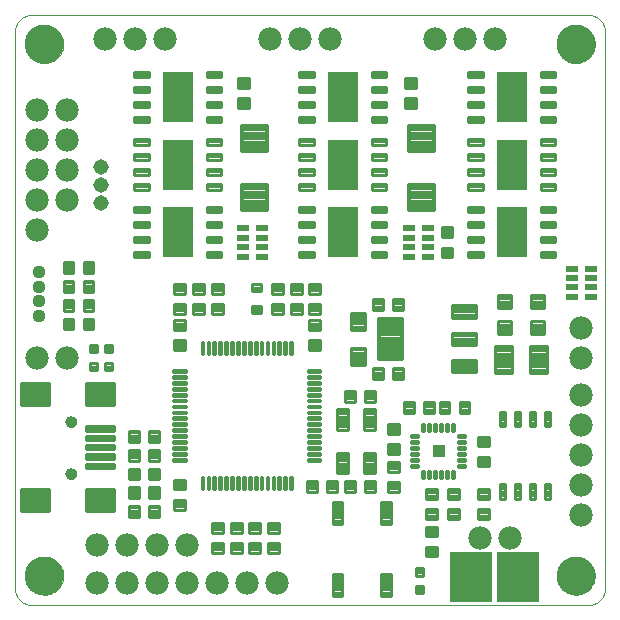
<source format=gts>
G75*
%MOIN*%
%OFA0B0*%
%FSLAX24Y24*%
%IPPOS*%
%LPD*%
%AMOC8*
5,1,8,0,0,1.08239X$1,22.5*
%
%ADD10C,0.0000*%
%ADD11C,0.1300*%
%ADD12R,0.1437X0.1700*%
%ADD13R,0.1000X0.1688*%
%ADD14C,0.0780*%
%ADD15C,0.0107*%
%ADD16C,0.0108*%
%ADD17C,0.0114*%
%ADD18C,0.0148*%
%ADD19C,0.0114*%
%ADD20C,0.0109*%
%ADD21C,0.0121*%
%ADD22C,0.0124*%
%ADD23C,0.0394*%
%ADD24C,0.0136*%
%ADD25C,0.0108*%
%ADD26C,0.0106*%
%ADD27R,0.0394X0.0236*%
%ADD28C,0.0109*%
%ADD29C,0.0134*%
%ADD30R,0.0394X0.0394*%
%ADD31C,0.0437*%
%ADD32C,0.0516*%
%ADD33C,0.1142*%
D10*
X000588Y000721D02*
X000588Y019224D01*
X000587Y019224D02*
X000589Y019270D01*
X000594Y019316D01*
X000603Y019362D01*
X000616Y019407D01*
X000632Y019450D01*
X000651Y019492D01*
X000674Y019533D01*
X000700Y019571D01*
X000729Y019608D01*
X000760Y019642D01*
X000794Y019673D01*
X000831Y019702D01*
X000869Y019728D01*
X000910Y019751D01*
X000952Y019770D01*
X000995Y019786D01*
X001040Y019799D01*
X001086Y019808D01*
X001132Y019813D01*
X001178Y019815D01*
X019682Y019815D01*
X019728Y019813D01*
X019774Y019808D01*
X019820Y019799D01*
X019865Y019786D01*
X019908Y019770D01*
X019950Y019751D01*
X019991Y019728D01*
X020029Y019702D01*
X020066Y019673D01*
X020100Y019642D01*
X020131Y019608D01*
X020160Y019571D01*
X020186Y019533D01*
X020209Y019492D01*
X020228Y019450D01*
X020244Y019407D01*
X020257Y019362D01*
X020266Y019316D01*
X020271Y019270D01*
X020273Y019224D01*
X020273Y000721D01*
X020271Y000675D01*
X020266Y000629D01*
X020257Y000583D01*
X020244Y000538D01*
X020228Y000495D01*
X020209Y000453D01*
X020186Y000412D01*
X020160Y000374D01*
X020131Y000337D01*
X020100Y000303D01*
X020066Y000272D01*
X020029Y000243D01*
X019991Y000217D01*
X019950Y000194D01*
X019908Y000175D01*
X019865Y000159D01*
X019820Y000146D01*
X019774Y000137D01*
X019728Y000132D01*
X019682Y000130D01*
X001178Y000130D01*
X001132Y000132D01*
X001086Y000137D01*
X001040Y000146D01*
X000995Y000159D01*
X000952Y000175D01*
X000910Y000194D01*
X000869Y000217D01*
X000831Y000243D01*
X000794Y000272D01*
X000760Y000303D01*
X000729Y000337D01*
X000700Y000374D01*
X000674Y000412D01*
X000651Y000453D01*
X000632Y000495D01*
X000616Y000538D01*
X000603Y000583D01*
X000594Y000629D01*
X000589Y000675D01*
X000587Y000721D01*
X000942Y001114D02*
X000944Y001164D01*
X000950Y001214D01*
X000960Y001263D01*
X000974Y001311D01*
X000991Y001358D01*
X001012Y001403D01*
X001037Y001447D01*
X001065Y001488D01*
X001097Y001527D01*
X001131Y001564D01*
X001168Y001598D01*
X001208Y001628D01*
X001250Y001655D01*
X001294Y001679D01*
X001340Y001700D01*
X001387Y001716D01*
X001435Y001729D01*
X001485Y001738D01*
X001534Y001743D01*
X001585Y001744D01*
X001635Y001741D01*
X001684Y001734D01*
X001733Y001723D01*
X001781Y001708D01*
X001827Y001690D01*
X001872Y001668D01*
X001915Y001642D01*
X001956Y001613D01*
X001995Y001581D01*
X002031Y001546D01*
X002063Y001508D01*
X002093Y001468D01*
X002120Y001425D01*
X002143Y001381D01*
X002162Y001335D01*
X002178Y001287D01*
X002190Y001238D01*
X002198Y001189D01*
X002202Y001139D01*
X002202Y001089D01*
X002198Y001039D01*
X002190Y000990D01*
X002178Y000941D01*
X002162Y000893D01*
X002143Y000847D01*
X002120Y000803D01*
X002093Y000760D01*
X002063Y000720D01*
X002031Y000682D01*
X001995Y000647D01*
X001956Y000615D01*
X001915Y000586D01*
X001872Y000560D01*
X001827Y000538D01*
X001781Y000520D01*
X001733Y000505D01*
X001684Y000494D01*
X001635Y000487D01*
X001585Y000484D01*
X001534Y000485D01*
X001485Y000490D01*
X001435Y000499D01*
X001387Y000512D01*
X001340Y000528D01*
X001294Y000549D01*
X001250Y000573D01*
X001208Y000600D01*
X001168Y000630D01*
X001131Y000664D01*
X001097Y000701D01*
X001065Y000740D01*
X001037Y000781D01*
X001012Y000825D01*
X000991Y000870D01*
X000974Y000917D01*
X000960Y000965D01*
X000950Y001014D01*
X000944Y001064D01*
X000942Y001114D01*
X002286Y004514D02*
X002288Y004540D01*
X002294Y004566D01*
X002304Y004591D01*
X002317Y004614D01*
X002333Y004634D01*
X002353Y004652D01*
X002375Y004667D01*
X002398Y004679D01*
X002424Y004687D01*
X002450Y004691D01*
X002476Y004691D01*
X002502Y004687D01*
X002528Y004679D01*
X002552Y004667D01*
X002573Y004652D01*
X002593Y004634D01*
X002609Y004614D01*
X002622Y004591D01*
X002632Y004566D01*
X002638Y004540D01*
X002640Y004514D01*
X002638Y004488D01*
X002632Y004462D01*
X002622Y004437D01*
X002609Y004414D01*
X002593Y004394D01*
X002573Y004376D01*
X002551Y004361D01*
X002528Y004349D01*
X002502Y004341D01*
X002476Y004337D01*
X002450Y004337D01*
X002424Y004341D01*
X002398Y004349D01*
X002374Y004361D01*
X002353Y004376D01*
X002333Y004394D01*
X002317Y004414D01*
X002304Y004437D01*
X002294Y004462D01*
X002288Y004488D01*
X002286Y004514D01*
X002286Y006246D02*
X002288Y006272D01*
X002294Y006298D01*
X002304Y006323D01*
X002317Y006346D01*
X002333Y006366D01*
X002353Y006384D01*
X002375Y006399D01*
X002398Y006411D01*
X002424Y006419D01*
X002450Y006423D01*
X002476Y006423D01*
X002502Y006419D01*
X002528Y006411D01*
X002552Y006399D01*
X002573Y006384D01*
X002593Y006366D01*
X002609Y006346D01*
X002622Y006323D01*
X002632Y006298D01*
X002638Y006272D01*
X002640Y006246D01*
X002638Y006220D01*
X002632Y006194D01*
X002622Y006169D01*
X002609Y006146D01*
X002593Y006126D01*
X002573Y006108D01*
X002551Y006093D01*
X002528Y006081D01*
X002502Y006073D01*
X002476Y006069D01*
X002450Y006069D01*
X002424Y006073D01*
X002398Y006081D01*
X002374Y006093D01*
X002353Y006108D01*
X002333Y006126D01*
X002317Y006146D01*
X002304Y006169D01*
X002294Y006194D01*
X002288Y006220D01*
X002286Y006246D01*
X000942Y018831D02*
X000944Y018881D01*
X000950Y018931D01*
X000960Y018980D01*
X000974Y019028D01*
X000991Y019075D01*
X001012Y019120D01*
X001037Y019164D01*
X001065Y019205D01*
X001097Y019244D01*
X001131Y019281D01*
X001168Y019315D01*
X001208Y019345D01*
X001250Y019372D01*
X001294Y019396D01*
X001340Y019417D01*
X001387Y019433D01*
X001435Y019446D01*
X001485Y019455D01*
X001534Y019460D01*
X001585Y019461D01*
X001635Y019458D01*
X001684Y019451D01*
X001733Y019440D01*
X001781Y019425D01*
X001827Y019407D01*
X001872Y019385D01*
X001915Y019359D01*
X001956Y019330D01*
X001995Y019298D01*
X002031Y019263D01*
X002063Y019225D01*
X002093Y019185D01*
X002120Y019142D01*
X002143Y019098D01*
X002162Y019052D01*
X002178Y019004D01*
X002190Y018955D01*
X002198Y018906D01*
X002202Y018856D01*
X002202Y018806D01*
X002198Y018756D01*
X002190Y018707D01*
X002178Y018658D01*
X002162Y018610D01*
X002143Y018564D01*
X002120Y018520D01*
X002093Y018477D01*
X002063Y018437D01*
X002031Y018399D01*
X001995Y018364D01*
X001956Y018332D01*
X001915Y018303D01*
X001872Y018277D01*
X001827Y018255D01*
X001781Y018237D01*
X001733Y018222D01*
X001684Y018211D01*
X001635Y018204D01*
X001585Y018201D01*
X001534Y018202D01*
X001485Y018207D01*
X001435Y018216D01*
X001387Y018229D01*
X001340Y018245D01*
X001294Y018266D01*
X001250Y018290D01*
X001208Y018317D01*
X001168Y018347D01*
X001131Y018381D01*
X001097Y018418D01*
X001065Y018457D01*
X001037Y018498D01*
X001012Y018542D01*
X000991Y018587D01*
X000974Y018634D01*
X000960Y018682D01*
X000950Y018731D01*
X000944Y018781D01*
X000942Y018831D01*
X018659Y018831D02*
X018661Y018881D01*
X018667Y018931D01*
X018677Y018980D01*
X018691Y019028D01*
X018708Y019075D01*
X018729Y019120D01*
X018754Y019164D01*
X018782Y019205D01*
X018814Y019244D01*
X018848Y019281D01*
X018885Y019315D01*
X018925Y019345D01*
X018967Y019372D01*
X019011Y019396D01*
X019057Y019417D01*
X019104Y019433D01*
X019152Y019446D01*
X019202Y019455D01*
X019251Y019460D01*
X019302Y019461D01*
X019352Y019458D01*
X019401Y019451D01*
X019450Y019440D01*
X019498Y019425D01*
X019544Y019407D01*
X019589Y019385D01*
X019632Y019359D01*
X019673Y019330D01*
X019712Y019298D01*
X019748Y019263D01*
X019780Y019225D01*
X019810Y019185D01*
X019837Y019142D01*
X019860Y019098D01*
X019879Y019052D01*
X019895Y019004D01*
X019907Y018955D01*
X019915Y018906D01*
X019919Y018856D01*
X019919Y018806D01*
X019915Y018756D01*
X019907Y018707D01*
X019895Y018658D01*
X019879Y018610D01*
X019860Y018564D01*
X019837Y018520D01*
X019810Y018477D01*
X019780Y018437D01*
X019748Y018399D01*
X019712Y018364D01*
X019673Y018332D01*
X019632Y018303D01*
X019589Y018277D01*
X019544Y018255D01*
X019498Y018237D01*
X019450Y018222D01*
X019401Y018211D01*
X019352Y018204D01*
X019302Y018201D01*
X019251Y018202D01*
X019202Y018207D01*
X019152Y018216D01*
X019104Y018229D01*
X019057Y018245D01*
X019011Y018266D01*
X018967Y018290D01*
X018925Y018317D01*
X018885Y018347D01*
X018848Y018381D01*
X018814Y018418D01*
X018782Y018457D01*
X018754Y018498D01*
X018729Y018542D01*
X018708Y018587D01*
X018691Y018634D01*
X018677Y018682D01*
X018667Y018731D01*
X018661Y018781D01*
X018659Y018831D01*
X018659Y001114D02*
X018661Y001164D01*
X018667Y001214D01*
X018677Y001263D01*
X018691Y001311D01*
X018708Y001358D01*
X018729Y001403D01*
X018754Y001447D01*
X018782Y001488D01*
X018814Y001527D01*
X018848Y001564D01*
X018885Y001598D01*
X018925Y001628D01*
X018967Y001655D01*
X019011Y001679D01*
X019057Y001700D01*
X019104Y001716D01*
X019152Y001729D01*
X019202Y001738D01*
X019251Y001743D01*
X019302Y001744D01*
X019352Y001741D01*
X019401Y001734D01*
X019450Y001723D01*
X019498Y001708D01*
X019544Y001690D01*
X019589Y001668D01*
X019632Y001642D01*
X019673Y001613D01*
X019712Y001581D01*
X019748Y001546D01*
X019780Y001508D01*
X019810Y001468D01*
X019837Y001425D01*
X019860Y001381D01*
X019879Y001335D01*
X019895Y001287D01*
X019907Y001238D01*
X019915Y001189D01*
X019919Y001139D01*
X019919Y001089D01*
X019915Y001039D01*
X019907Y000990D01*
X019895Y000941D01*
X019879Y000893D01*
X019860Y000847D01*
X019837Y000803D01*
X019810Y000760D01*
X019780Y000720D01*
X019748Y000682D01*
X019712Y000647D01*
X019673Y000615D01*
X019632Y000586D01*
X019589Y000560D01*
X019544Y000538D01*
X019498Y000520D01*
X019450Y000505D01*
X019401Y000494D01*
X019352Y000487D01*
X019302Y000484D01*
X019251Y000485D01*
X019202Y000490D01*
X019152Y000499D01*
X019104Y000512D01*
X019057Y000528D01*
X019011Y000549D01*
X018967Y000573D01*
X018925Y000600D01*
X018885Y000630D01*
X018848Y000664D01*
X018814Y000701D01*
X018782Y000740D01*
X018754Y000781D01*
X018729Y000825D01*
X018708Y000870D01*
X018691Y000917D01*
X018677Y000965D01*
X018667Y001014D01*
X018661Y001064D01*
X018659Y001114D01*
D11*
X019289Y001114D03*
X001572Y001114D03*
X001572Y018831D03*
X019289Y018831D03*
D12*
X017369Y001080D03*
X015807Y001080D03*
D13*
X017150Y012568D03*
X017150Y014818D03*
X017150Y017068D03*
X011525Y017068D03*
X011525Y014818D03*
X011525Y012568D03*
X006025Y012568D03*
X006025Y014818D03*
X006025Y017068D03*
D14*
X005588Y019005D03*
X004588Y019005D03*
X003588Y019005D03*
X002338Y016630D03*
X002338Y015630D03*
X002338Y014630D03*
X002338Y013630D03*
X001338Y013630D03*
X001338Y012630D03*
X001338Y014630D03*
X001338Y015630D03*
X001338Y016630D03*
X009088Y019005D03*
X010088Y019005D03*
X011088Y019005D03*
X014588Y019005D03*
X015588Y019005D03*
X016588Y019005D03*
X019463Y009380D03*
X019463Y008380D03*
X019463Y007130D03*
X019463Y006130D03*
X019463Y005130D03*
X019463Y004130D03*
X019463Y003130D03*
X017088Y002380D03*
X016088Y002380D03*
X009338Y000880D03*
X008338Y000880D03*
X007338Y000880D03*
X006338Y000880D03*
X005338Y000880D03*
X004338Y000880D03*
X003338Y000880D03*
X003338Y002130D03*
X004338Y002130D03*
X005338Y002130D03*
X006338Y002130D03*
X002338Y008380D03*
X001338Y008380D03*
D15*
X016590Y007879D02*
X017154Y007879D01*
X016590Y007879D02*
X016590Y008757D01*
X017154Y008757D01*
X017154Y007879D01*
X017154Y007985D02*
X016590Y007985D01*
X016590Y008091D02*
X017154Y008091D01*
X017154Y008197D02*
X016590Y008197D01*
X016590Y008303D02*
X017154Y008303D01*
X017154Y008409D02*
X016590Y008409D01*
X016590Y008515D02*
X017154Y008515D01*
X017154Y008621D02*
X016590Y008621D01*
X016590Y008727D02*
X017154Y008727D01*
X017771Y008757D02*
X018335Y008757D01*
X018335Y007879D01*
X017771Y007879D01*
X017771Y008757D01*
X017771Y007985D02*
X018335Y007985D01*
X018335Y008091D02*
X017771Y008091D01*
X017771Y008197D02*
X018335Y008197D01*
X018335Y008303D02*
X017771Y008303D01*
X017771Y008409D02*
X018335Y008409D01*
X018335Y008515D02*
X017771Y008515D01*
X017771Y008621D02*
X018335Y008621D01*
X018335Y008727D02*
X017771Y008727D01*
D16*
X015742Y006542D02*
X015416Y006542D01*
X015416Y006906D01*
X015742Y006906D01*
X015742Y006542D01*
X015742Y006649D02*
X015416Y006649D01*
X015416Y006756D02*
X015742Y006756D01*
X015742Y006863D02*
X015416Y006863D01*
X015072Y006542D02*
X014746Y006542D01*
X014746Y006906D01*
X015072Y006906D01*
X015072Y006542D01*
X015072Y006649D02*
X014746Y006649D01*
X014746Y006756D02*
X015072Y006756D01*
X015072Y006863D02*
X014746Y006863D01*
X014228Y006906D02*
X014228Y006542D01*
X014228Y006906D02*
X014554Y006906D01*
X014554Y006542D01*
X014228Y006542D01*
X014228Y006649D02*
X014554Y006649D01*
X014554Y006756D02*
X014228Y006756D01*
X014228Y006863D02*
X014554Y006863D01*
X013559Y006906D02*
X013559Y006542D01*
X013559Y006906D02*
X013885Y006906D01*
X013885Y006542D01*
X013559Y006542D01*
X013559Y006649D02*
X013885Y006649D01*
X013885Y006756D02*
X013559Y006756D01*
X013559Y006863D02*
X013885Y006863D01*
X013395Y005833D02*
X013031Y005833D01*
X013031Y006159D01*
X013395Y006159D01*
X013395Y005833D01*
X013395Y005940D02*
X013031Y005940D01*
X013031Y006047D02*
X013395Y006047D01*
X013395Y006154D02*
X013031Y006154D01*
X013031Y005164D02*
X013395Y005164D01*
X013031Y005164D02*
X013031Y005490D01*
X013395Y005490D01*
X013395Y005164D01*
X013395Y005271D02*
X013031Y005271D01*
X013031Y005378D02*
X013395Y005378D01*
X013395Y005485D02*
X013031Y005485D01*
X013031Y004909D02*
X013395Y004909D01*
X013395Y004583D01*
X013031Y004583D01*
X013031Y004909D01*
X013031Y004690D02*
X013395Y004690D01*
X013395Y004797D02*
X013031Y004797D01*
X013031Y004904D02*
X013395Y004904D01*
X013395Y004240D02*
X013031Y004240D01*
X013395Y004240D02*
X013395Y003914D01*
X013031Y003914D01*
X013031Y004240D01*
X013031Y004021D02*
X013395Y004021D01*
X013395Y004128D02*
X013031Y004128D01*
X013031Y004235D02*
X013395Y004235D01*
X012585Y004281D02*
X012585Y003917D01*
X012259Y003917D01*
X012259Y004281D01*
X012585Y004281D01*
X012585Y004024D02*
X012259Y004024D01*
X012259Y004131D02*
X012585Y004131D01*
X012585Y004238D02*
X012259Y004238D01*
X011916Y004281D02*
X011916Y003917D01*
X011590Y003917D01*
X011590Y004281D01*
X011916Y004281D01*
X011916Y004024D02*
X011590Y004024D01*
X011590Y004131D02*
X011916Y004131D01*
X011916Y004238D02*
X011590Y004238D01*
X011335Y004281D02*
X011335Y003917D01*
X011009Y003917D01*
X011009Y004281D01*
X011335Y004281D01*
X011335Y004024D02*
X011009Y004024D01*
X011009Y004131D02*
X011335Y004131D01*
X011335Y004238D02*
X011009Y004238D01*
X010666Y004281D02*
X010666Y003917D01*
X010340Y003917D01*
X010340Y004281D01*
X010666Y004281D01*
X010666Y004024D02*
X010340Y004024D01*
X010340Y004131D02*
X010666Y004131D01*
X010666Y004238D02*
X010340Y004238D01*
X009395Y002878D02*
X009031Y002878D01*
X009395Y002878D02*
X009395Y002552D01*
X009031Y002552D01*
X009031Y002878D01*
X009031Y002659D02*
X009395Y002659D01*
X009395Y002766D02*
X009031Y002766D01*
X009031Y002873D02*
X009395Y002873D01*
X008406Y002878D02*
X008406Y002552D01*
X008406Y002878D02*
X008770Y002878D01*
X008770Y002552D01*
X008406Y002552D01*
X008406Y002659D02*
X008770Y002659D01*
X008770Y002766D02*
X008406Y002766D01*
X008406Y002873D02*
X008770Y002873D01*
X007781Y002878D02*
X007781Y002552D01*
X007781Y002878D02*
X008145Y002878D01*
X008145Y002552D01*
X007781Y002552D01*
X007781Y002659D02*
X008145Y002659D01*
X008145Y002766D02*
X007781Y002766D01*
X007781Y002873D02*
X008145Y002873D01*
X007156Y002878D02*
X007156Y002552D01*
X007156Y002878D02*
X007520Y002878D01*
X007520Y002552D01*
X007156Y002552D01*
X007156Y002659D02*
X007520Y002659D01*
X007520Y002766D02*
X007156Y002766D01*
X007156Y002873D02*
X007520Y002873D01*
X007156Y002208D02*
X007156Y001882D01*
X007156Y002208D02*
X007520Y002208D01*
X007520Y001882D01*
X007156Y001882D01*
X007156Y001989D02*
X007520Y001989D01*
X007520Y002096D02*
X007156Y002096D01*
X007156Y002203D02*
X007520Y002203D01*
X007781Y002208D02*
X007781Y001882D01*
X007781Y002208D02*
X008145Y002208D01*
X008145Y001882D01*
X007781Y001882D01*
X007781Y001989D02*
X008145Y001989D01*
X008145Y002096D02*
X007781Y002096D01*
X007781Y002203D02*
X008145Y002203D01*
X008406Y002208D02*
X008406Y001882D01*
X008406Y002208D02*
X008770Y002208D01*
X008770Y001882D01*
X008406Y001882D01*
X008406Y001989D02*
X008770Y001989D01*
X008770Y002096D02*
X008406Y002096D01*
X008406Y002203D02*
X008770Y002203D01*
X009031Y002208D02*
X009395Y002208D01*
X009395Y001882D01*
X009031Y001882D01*
X009031Y002208D01*
X009031Y001989D02*
X009395Y001989D01*
X009395Y002096D02*
X009031Y002096D01*
X009031Y002203D02*
X009395Y002203D01*
X006270Y003320D02*
X005906Y003320D01*
X005906Y003646D01*
X006270Y003646D01*
X006270Y003320D01*
X006270Y003427D02*
X005906Y003427D01*
X005906Y003534D02*
X006270Y003534D01*
X006270Y003641D02*
X005906Y003641D01*
X005906Y003989D02*
X006270Y003989D01*
X005906Y003989D02*
X005906Y004315D01*
X006270Y004315D01*
X006270Y003989D01*
X006270Y004096D02*
X005906Y004096D01*
X005906Y004203D02*
X006270Y004203D01*
X006270Y004310D02*
X005906Y004310D01*
X005398Y004323D02*
X005072Y004323D01*
X005072Y004687D01*
X005398Y004687D01*
X005398Y004323D01*
X005398Y004430D02*
X005072Y004430D01*
X005072Y004537D02*
X005398Y004537D01*
X005398Y004644D02*
X005072Y004644D01*
X005072Y004948D02*
X005398Y004948D01*
X005072Y004948D02*
X005072Y005312D01*
X005398Y005312D01*
X005398Y004948D01*
X005398Y005055D02*
X005072Y005055D01*
X005072Y005162D02*
X005398Y005162D01*
X005398Y005269D02*
X005072Y005269D01*
X005072Y005573D02*
X005398Y005573D01*
X005072Y005573D02*
X005072Y005937D01*
X005398Y005937D01*
X005398Y005573D01*
X005398Y005680D02*
X005072Y005680D01*
X005072Y005787D02*
X005398Y005787D01*
X005398Y005894D02*
X005072Y005894D01*
X004729Y005573D02*
X004403Y005573D01*
X004403Y005937D01*
X004729Y005937D01*
X004729Y005573D01*
X004729Y005680D02*
X004403Y005680D01*
X004403Y005787D02*
X004729Y005787D01*
X004729Y005894D02*
X004403Y005894D01*
X004403Y004948D02*
X004729Y004948D01*
X004403Y004948D02*
X004403Y005312D01*
X004729Y005312D01*
X004729Y004948D01*
X004729Y005055D02*
X004403Y005055D01*
X004403Y005162D02*
X004729Y005162D01*
X004729Y005269D02*
X004403Y005269D01*
X004403Y004323D02*
X004729Y004323D01*
X004403Y004323D02*
X004403Y004687D01*
X004729Y004687D01*
X004729Y004323D01*
X004729Y004430D02*
X004403Y004430D01*
X004403Y004537D02*
X004729Y004537D01*
X004729Y004644D02*
X004403Y004644D01*
X004403Y004062D02*
X004729Y004062D01*
X004729Y003698D01*
X004403Y003698D01*
X004403Y004062D01*
X004403Y003805D02*
X004729Y003805D01*
X004729Y003912D02*
X004403Y003912D01*
X004403Y004019D02*
X004729Y004019D01*
X005072Y004062D02*
X005398Y004062D01*
X005398Y003698D01*
X005072Y003698D01*
X005072Y004062D01*
X005072Y003805D02*
X005398Y003805D01*
X005398Y003912D02*
X005072Y003912D01*
X005072Y004019D02*
X005398Y004019D01*
X005398Y003073D02*
X005072Y003073D01*
X005072Y003437D01*
X005398Y003437D01*
X005398Y003073D01*
X005398Y003180D02*
X005072Y003180D01*
X005072Y003287D02*
X005398Y003287D01*
X005398Y003394D02*
X005072Y003394D01*
X004729Y003073D02*
X004403Y003073D01*
X004403Y003437D01*
X004729Y003437D01*
X004729Y003073D01*
X004729Y003180D02*
X004403Y003180D01*
X004403Y003287D02*
X004729Y003287D01*
X004729Y003394D02*
X004403Y003394D01*
X005906Y008958D02*
X006270Y008958D01*
X006270Y008632D01*
X005906Y008632D01*
X005906Y008958D01*
X005906Y008739D02*
X006270Y008739D01*
X006270Y008846D02*
X005906Y008846D01*
X005906Y008953D02*
X006270Y008953D01*
X006270Y009628D02*
X005906Y009628D01*
X006270Y009628D02*
X006270Y009302D01*
X005906Y009302D01*
X005906Y009628D01*
X005906Y009409D02*
X006270Y009409D01*
X006270Y009516D02*
X005906Y009516D01*
X005906Y009623D02*
X006270Y009623D01*
X006270Y009851D02*
X005906Y009851D01*
X005906Y010177D01*
X006270Y010177D01*
X006270Y009851D01*
X006270Y009958D02*
X005906Y009958D01*
X005906Y010065D02*
X006270Y010065D01*
X006270Y010172D02*
X005906Y010172D01*
X005906Y010520D02*
X006270Y010520D01*
X005906Y010520D02*
X005906Y010846D01*
X006270Y010846D01*
X006270Y010520D01*
X006270Y010627D02*
X005906Y010627D01*
X005906Y010734D02*
X006270Y010734D01*
X006270Y010841D02*
X005906Y010841D01*
X006531Y010846D02*
X006531Y010520D01*
X006531Y010846D02*
X006895Y010846D01*
X006895Y010520D01*
X006531Y010520D01*
X006531Y010627D02*
X006895Y010627D01*
X006895Y010734D02*
X006531Y010734D01*
X006531Y010841D02*
X006895Y010841D01*
X007156Y010846D02*
X007156Y010520D01*
X007156Y010846D02*
X007520Y010846D01*
X007520Y010520D01*
X007156Y010520D01*
X007156Y010627D02*
X007520Y010627D01*
X007520Y010734D02*
X007156Y010734D01*
X007156Y010841D02*
X007520Y010841D01*
X007156Y010177D02*
X007156Y009851D01*
X007156Y010177D02*
X007520Y010177D01*
X007520Y009851D01*
X007156Y009851D01*
X007156Y009958D02*
X007520Y009958D01*
X007520Y010065D02*
X007156Y010065D01*
X007156Y010172D02*
X007520Y010172D01*
X006531Y010177D02*
X006531Y009851D01*
X006531Y010177D02*
X006895Y010177D01*
X006895Y009851D01*
X006531Y009851D01*
X006531Y009958D02*
X006895Y009958D01*
X006895Y010065D02*
X006531Y010065D01*
X006531Y010172D02*
X006895Y010172D01*
X009156Y010177D02*
X009156Y009851D01*
X009156Y010177D02*
X009520Y010177D01*
X009520Y009851D01*
X009156Y009851D01*
X009156Y009958D02*
X009520Y009958D01*
X009520Y010065D02*
X009156Y010065D01*
X009156Y010172D02*
X009520Y010172D01*
X009781Y010177D02*
X009781Y009851D01*
X009781Y010177D02*
X010145Y010177D01*
X010145Y009851D01*
X009781Y009851D01*
X009781Y009958D02*
X010145Y009958D01*
X010145Y010065D02*
X009781Y010065D01*
X009781Y010172D02*
X010145Y010172D01*
X010406Y009851D02*
X010770Y009851D01*
X010406Y009851D02*
X010406Y010177D01*
X010770Y010177D01*
X010770Y009851D01*
X010770Y009958D02*
X010406Y009958D01*
X010406Y010065D02*
X010770Y010065D01*
X010770Y010172D02*
X010406Y010172D01*
X010406Y010520D02*
X010770Y010520D01*
X010406Y010520D02*
X010406Y010846D01*
X010770Y010846D01*
X010770Y010520D01*
X010770Y010627D02*
X010406Y010627D01*
X010406Y010734D02*
X010770Y010734D01*
X010770Y010841D02*
X010406Y010841D01*
X009781Y010846D02*
X009781Y010520D01*
X009781Y010846D02*
X010145Y010846D01*
X010145Y010520D01*
X009781Y010520D01*
X009781Y010627D02*
X010145Y010627D01*
X010145Y010734D02*
X009781Y010734D01*
X009781Y010841D02*
X010145Y010841D01*
X009156Y010846D02*
X009156Y010520D01*
X009156Y010846D02*
X009520Y010846D01*
X009520Y010520D01*
X009156Y010520D01*
X009156Y010627D02*
X009520Y010627D01*
X009520Y010734D02*
X009156Y010734D01*
X009156Y010841D02*
X009520Y010841D01*
X010406Y009628D02*
X010770Y009628D01*
X010770Y009302D01*
X010406Y009302D01*
X010406Y009628D01*
X010406Y009409D02*
X010770Y009409D01*
X010770Y009516D02*
X010406Y009516D01*
X010406Y009623D02*
X010770Y009623D01*
X010770Y008958D02*
X010406Y008958D01*
X010770Y008958D02*
X010770Y008632D01*
X010406Y008632D01*
X010406Y008958D01*
X010406Y008739D02*
X010770Y008739D01*
X010770Y008846D02*
X010406Y008846D01*
X010406Y008953D02*
X010770Y008953D01*
X011590Y007281D02*
X011590Y006917D01*
X011590Y007281D02*
X011916Y007281D01*
X011916Y006917D01*
X011590Y006917D01*
X011590Y007024D02*
X011916Y007024D01*
X011916Y007131D02*
X011590Y007131D01*
X011590Y007238D02*
X011916Y007238D01*
X012259Y007281D02*
X012259Y006917D01*
X012259Y007281D02*
X012585Y007281D01*
X012585Y006917D01*
X012259Y006917D01*
X012259Y007024D02*
X012585Y007024D01*
X012585Y007131D02*
X012259Y007131D01*
X012259Y007238D02*
X012585Y007238D01*
X012854Y007667D02*
X012854Y008031D01*
X012854Y007667D02*
X012528Y007667D01*
X012528Y008031D01*
X012854Y008031D01*
X012854Y007774D02*
X012528Y007774D01*
X012528Y007881D02*
X012854Y007881D01*
X012854Y007988D02*
X012528Y007988D01*
X013523Y008031D02*
X013523Y007667D01*
X013197Y007667D01*
X013197Y008031D01*
X013523Y008031D01*
X013523Y007774D02*
X013197Y007774D01*
X013197Y007881D02*
X013523Y007881D01*
X013523Y007988D02*
X013197Y007988D01*
X013197Y009979D02*
X013197Y010343D01*
X013523Y010343D01*
X013523Y009979D01*
X013197Y009979D01*
X013197Y010086D02*
X013523Y010086D01*
X013523Y010193D02*
X013197Y010193D01*
X013197Y010300D02*
X013523Y010300D01*
X012528Y010343D02*
X012528Y009979D01*
X012528Y010343D02*
X012854Y010343D01*
X012854Y009979D01*
X012528Y009979D01*
X012528Y010086D02*
X012854Y010086D01*
X012854Y010193D02*
X012528Y010193D01*
X012528Y010300D02*
X012854Y010300D01*
X014812Y012052D02*
X015176Y012052D01*
X015176Y011726D01*
X014812Y011726D01*
X014812Y012052D01*
X014812Y011833D02*
X015176Y011833D01*
X015176Y011940D02*
X014812Y011940D01*
X014812Y012047D02*
X015176Y012047D01*
X015176Y012721D02*
X014812Y012721D01*
X015176Y012721D02*
X015176Y012395D01*
X014812Y012395D01*
X014812Y012721D01*
X014812Y012502D02*
X015176Y012502D01*
X015176Y012609D02*
X014812Y012609D01*
X014812Y012716D02*
X015176Y012716D01*
X013957Y017021D02*
X013593Y017021D01*
X013957Y017021D02*
X013957Y016695D01*
X013593Y016695D01*
X013593Y017021D01*
X013593Y016802D02*
X013957Y016802D01*
X013957Y016909D02*
X013593Y016909D01*
X013593Y017016D02*
X013957Y017016D01*
X013957Y017690D02*
X013593Y017690D01*
X013957Y017690D02*
X013957Y017364D01*
X013593Y017364D01*
X013593Y017690D01*
X013593Y017471D02*
X013957Y017471D01*
X013957Y017578D02*
X013593Y017578D01*
X013593Y017685D02*
X013957Y017685D01*
X008395Y017690D02*
X008031Y017690D01*
X008395Y017690D02*
X008395Y017364D01*
X008031Y017364D01*
X008031Y017690D01*
X008031Y017471D02*
X008395Y017471D01*
X008395Y017578D02*
X008031Y017578D01*
X008031Y017685D02*
X008395Y017685D01*
X008395Y017021D02*
X008031Y017021D01*
X008395Y017021D02*
X008395Y016695D01*
X008031Y016695D01*
X008031Y017021D01*
X008031Y016802D02*
X008395Y016802D01*
X008395Y016909D02*
X008031Y016909D01*
X008031Y017016D02*
X008395Y017016D01*
X003210Y011198D02*
X002884Y011198D01*
X002884Y011562D01*
X003210Y011562D01*
X003210Y011198D01*
X003210Y011305D02*
X002884Y011305D01*
X002884Y011412D02*
X003210Y011412D01*
X003210Y011519D02*
X002884Y011519D01*
X002541Y011198D02*
X002215Y011198D01*
X002215Y011562D01*
X002541Y011562D01*
X002541Y011198D01*
X002541Y011305D02*
X002215Y011305D01*
X002215Y011412D02*
X002541Y011412D01*
X002541Y011519D02*
X002215Y011519D01*
X002215Y010573D02*
X002541Y010573D01*
X002215Y010573D02*
X002215Y010937D01*
X002541Y010937D01*
X002541Y010573D01*
X002541Y010680D02*
X002215Y010680D01*
X002215Y010787D02*
X002541Y010787D01*
X002541Y010894D02*
X002215Y010894D01*
X002215Y010312D02*
X002541Y010312D01*
X002541Y009948D01*
X002215Y009948D01*
X002215Y010312D01*
X002215Y010055D02*
X002541Y010055D01*
X002541Y010162D02*
X002215Y010162D01*
X002215Y010269D02*
X002541Y010269D01*
X002884Y010312D02*
X003210Y010312D01*
X003210Y009948D01*
X002884Y009948D01*
X002884Y010312D01*
X002884Y010055D02*
X003210Y010055D01*
X003210Y010162D02*
X002884Y010162D01*
X002884Y010269D02*
X003210Y010269D01*
X003210Y010573D02*
X002884Y010573D01*
X002884Y010937D01*
X003210Y010937D01*
X003210Y010573D01*
X003210Y010680D02*
X002884Y010680D01*
X002884Y010787D02*
X003210Y010787D01*
X003210Y010894D02*
X002884Y010894D01*
X002884Y009687D02*
X003210Y009687D01*
X003210Y009323D01*
X002884Y009323D01*
X002884Y009687D01*
X002884Y009430D02*
X003210Y009430D01*
X003210Y009537D02*
X002884Y009537D01*
X002884Y009644D02*
X003210Y009644D01*
X002541Y009687D02*
X002215Y009687D01*
X002541Y009687D02*
X002541Y009323D01*
X002215Y009323D01*
X002215Y009687D01*
X002215Y009430D02*
X002541Y009430D01*
X002541Y009537D02*
X002215Y009537D01*
X002215Y009644D02*
X002541Y009644D01*
X014281Y004003D02*
X014281Y003677D01*
X014281Y004003D02*
X014645Y004003D01*
X014645Y003677D01*
X014281Y003677D01*
X014281Y003784D02*
X014645Y003784D01*
X014645Y003891D02*
X014281Y003891D01*
X014281Y003998D02*
X014645Y003998D01*
X015031Y004003D02*
X015031Y003677D01*
X015031Y004003D02*
X015395Y004003D01*
X015395Y003677D01*
X015031Y003677D01*
X015031Y003784D02*
X015395Y003784D01*
X015395Y003891D02*
X015031Y003891D01*
X015031Y003998D02*
X015395Y003998D01*
X016031Y004003D02*
X016031Y003677D01*
X016031Y004003D02*
X016395Y004003D01*
X016395Y003677D01*
X016031Y003677D01*
X016031Y003784D02*
X016395Y003784D01*
X016395Y003891D02*
X016031Y003891D01*
X016031Y003998D02*
X016395Y003998D01*
X016395Y004757D02*
X016031Y004757D01*
X016031Y005083D01*
X016395Y005083D01*
X016395Y004757D01*
X016395Y004864D02*
X016031Y004864D01*
X016031Y004971D02*
X016395Y004971D01*
X016395Y005078D02*
X016031Y005078D01*
X016031Y005427D02*
X016395Y005427D01*
X016031Y005427D02*
X016031Y005753D01*
X016395Y005753D01*
X016395Y005427D01*
X016395Y005534D02*
X016031Y005534D01*
X016031Y005641D02*
X016395Y005641D01*
X016395Y005748D02*
X016031Y005748D01*
X016031Y003333D02*
X016031Y003007D01*
X016031Y003333D02*
X016395Y003333D01*
X016395Y003007D01*
X016031Y003007D01*
X016031Y003114D02*
X016395Y003114D01*
X016395Y003221D02*
X016031Y003221D01*
X016031Y003328D02*
X016395Y003328D01*
X015031Y003333D02*
X015031Y003007D01*
X015031Y003333D02*
X015395Y003333D01*
X015395Y003007D01*
X015031Y003007D01*
X015031Y003114D02*
X015395Y003114D01*
X015395Y003221D02*
X015031Y003221D01*
X015031Y003328D02*
X015395Y003328D01*
X014281Y003333D02*
X014281Y003007D01*
X014281Y003333D02*
X014645Y003333D01*
X014645Y003007D01*
X014281Y003007D01*
X014281Y003114D02*
X014645Y003114D01*
X014645Y003221D02*
X014281Y003221D01*
X014281Y003328D02*
X014645Y003328D01*
X014281Y002753D02*
X014281Y002427D01*
X014281Y002753D02*
X014645Y002753D01*
X014645Y002427D01*
X014281Y002427D01*
X014281Y002534D02*
X014645Y002534D01*
X014645Y002641D02*
X014281Y002641D01*
X014281Y002748D02*
X014645Y002748D01*
X014281Y002083D02*
X014281Y001757D01*
X014281Y002083D02*
X014645Y002083D01*
X014645Y001757D01*
X014281Y001757D01*
X014281Y001864D02*
X014645Y001864D01*
X014645Y001971D02*
X014281Y001971D01*
X014281Y002078D02*
X014645Y002078D01*
D17*
X016745Y004158D02*
X016931Y004158D01*
X016931Y003682D01*
X016745Y003682D01*
X016745Y004158D01*
X016745Y003795D02*
X016931Y003795D01*
X016931Y003908D02*
X016745Y003908D01*
X016745Y004021D02*
X016931Y004021D01*
X016931Y004134D02*
X016745Y004134D01*
X017245Y004158D02*
X017431Y004158D01*
X017431Y003682D01*
X017245Y003682D01*
X017245Y004158D01*
X017245Y003795D02*
X017431Y003795D01*
X017431Y003908D02*
X017245Y003908D01*
X017245Y004021D02*
X017431Y004021D01*
X017431Y004134D02*
X017245Y004134D01*
X017745Y004158D02*
X017931Y004158D01*
X017931Y003682D01*
X017745Y003682D01*
X017745Y004158D01*
X017745Y003795D02*
X017931Y003795D01*
X017931Y003908D02*
X017745Y003908D01*
X017745Y004021D02*
X017931Y004021D01*
X017931Y004134D02*
X017745Y004134D01*
X018245Y004158D02*
X018431Y004158D01*
X018431Y003682D01*
X018245Y003682D01*
X018245Y004158D01*
X018245Y003795D02*
X018431Y003795D01*
X018431Y003908D02*
X018245Y003908D01*
X018245Y004021D02*
X018431Y004021D01*
X018431Y004134D02*
X018245Y004134D01*
X018245Y006578D02*
X018431Y006578D01*
X018431Y006102D01*
X018245Y006102D01*
X018245Y006578D01*
X018245Y006215D02*
X018431Y006215D01*
X018431Y006328D02*
X018245Y006328D01*
X018245Y006441D02*
X018431Y006441D01*
X018431Y006554D02*
X018245Y006554D01*
X017931Y006578D02*
X017745Y006578D01*
X017931Y006578D02*
X017931Y006102D01*
X017745Y006102D01*
X017745Y006578D01*
X017745Y006215D02*
X017931Y006215D01*
X017931Y006328D02*
X017745Y006328D01*
X017745Y006441D02*
X017931Y006441D01*
X017931Y006554D02*
X017745Y006554D01*
X017431Y006578D02*
X017245Y006578D01*
X017431Y006578D02*
X017431Y006102D01*
X017245Y006102D01*
X017245Y006578D01*
X017245Y006215D02*
X017431Y006215D01*
X017431Y006328D02*
X017245Y006328D01*
X017245Y006441D02*
X017431Y006441D01*
X017431Y006554D02*
X017245Y006554D01*
X016931Y006578D02*
X016745Y006578D01*
X016931Y006578D02*
X016931Y006102D01*
X016745Y006102D01*
X016745Y006578D01*
X016745Y006215D02*
X016931Y006215D01*
X016931Y006328D02*
X016745Y006328D01*
X016745Y006441D02*
X016931Y006441D01*
X016931Y006554D02*
X016745Y006554D01*
X016178Y011725D02*
X016178Y011911D01*
X016178Y011725D02*
X015702Y011725D01*
X015702Y011911D01*
X016178Y011911D01*
X016178Y011838D02*
X015702Y011838D01*
X016178Y012225D02*
X016178Y012411D01*
X016178Y012225D02*
X015702Y012225D01*
X015702Y012411D01*
X016178Y012411D01*
X016178Y012338D02*
X015702Y012338D01*
X016178Y012725D02*
X016178Y012911D01*
X016178Y012725D02*
X015702Y012725D01*
X015702Y012911D01*
X016178Y012911D01*
X016178Y012838D02*
X015702Y012838D01*
X016178Y013225D02*
X016178Y013411D01*
X016178Y013225D02*
X015702Y013225D01*
X015702Y013411D01*
X016178Y013411D01*
X016178Y013338D02*
X015702Y013338D01*
X016178Y013975D02*
X016178Y014161D01*
X016178Y013975D02*
X015702Y013975D01*
X015702Y014161D01*
X016178Y014161D01*
X016178Y014088D02*
X015702Y014088D01*
X016178Y014475D02*
X016178Y014661D01*
X016178Y014475D02*
X015702Y014475D01*
X015702Y014661D01*
X016178Y014661D01*
X016178Y014588D02*
X015702Y014588D01*
X016178Y014975D02*
X016178Y015161D01*
X016178Y014975D02*
X015702Y014975D01*
X015702Y015161D01*
X016178Y015161D01*
X016178Y015088D02*
X015702Y015088D01*
X016178Y015475D02*
X016178Y015661D01*
X016178Y015475D02*
X015702Y015475D01*
X015702Y015661D01*
X016178Y015661D01*
X016178Y015588D02*
X015702Y015588D01*
X016178Y016225D02*
X016178Y016411D01*
X016178Y016225D02*
X015702Y016225D01*
X015702Y016411D01*
X016178Y016411D01*
X016178Y016338D02*
X015702Y016338D01*
X016178Y016725D02*
X016178Y016911D01*
X016178Y016725D02*
X015702Y016725D01*
X015702Y016911D01*
X016178Y016911D01*
X016178Y016838D02*
X015702Y016838D01*
X016178Y017225D02*
X016178Y017411D01*
X016178Y017225D02*
X015702Y017225D01*
X015702Y017411D01*
X016178Y017411D01*
X016178Y017338D02*
X015702Y017338D01*
X016178Y017725D02*
X016178Y017911D01*
X016178Y017725D02*
X015702Y017725D01*
X015702Y017911D01*
X016178Y017911D01*
X016178Y017838D02*
X015702Y017838D01*
X018598Y017911D02*
X018598Y017725D01*
X018122Y017725D01*
X018122Y017911D01*
X018598Y017911D01*
X018598Y017838D02*
X018122Y017838D01*
X018598Y017411D02*
X018598Y017225D01*
X018122Y017225D01*
X018122Y017411D01*
X018598Y017411D01*
X018598Y017338D02*
X018122Y017338D01*
X018598Y016911D02*
X018598Y016725D01*
X018122Y016725D01*
X018122Y016911D01*
X018598Y016911D01*
X018598Y016838D02*
X018122Y016838D01*
X018598Y016411D02*
X018598Y016225D01*
X018122Y016225D01*
X018122Y016411D01*
X018598Y016411D01*
X018598Y016338D02*
X018122Y016338D01*
X018598Y015661D02*
X018598Y015475D01*
X018122Y015475D01*
X018122Y015661D01*
X018598Y015661D01*
X018598Y015588D02*
X018122Y015588D01*
X018598Y015161D02*
X018598Y014975D01*
X018122Y014975D01*
X018122Y015161D01*
X018598Y015161D01*
X018598Y015088D02*
X018122Y015088D01*
X018598Y014661D02*
X018598Y014475D01*
X018122Y014475D01*
X018122Y014661D01*
X018598Y014661D01*
X018598Y014588D02*
X018122Y014588D01*
X018598Y014161D02*
X018598Y013975D01*
X018122Y013975D01*
X018122Y014161D01*
X018598Y014161D01*
X018598Y014088D02*
X018122Y014088D01*
X018598Y013411D02*
X018598Y013225D01*
X018122Y013225D01*
X018122Y013411D01*
X018598Y013411D01*
X018598Y013338D02*
X018122Y013338D01*
X018598Y012911D02*
X018598Y012725D01*
X018122Y012725D01*
X018122Y012911D01*
X018598Y012911D01*
X018598Y012838D02*
X018122Y012838D01*
X018598Y012411D02*
X018598Y012225D01*
X018122Y012225D01*
X018122Y012411D01*
X018598Y012411D01*
X018598Y012338D02*
X018122Y012338D01*
X018598Y011911D02*
X018598Y011725D01*
X018122Y011725D01*
X018122Y011911D01*
X018598Y011911D01*
X018598Y011838D02*
X018122Y011838D01*
X012973Y011911D02*
X012973Y011725D01*
X012497Y011725D01*
X012497Y011911D01*
X012973Y011911D01*
X012973Y011838D02*
X012497Y011838D01*
X012973Y012225D02*
X012973Y012411D01*
X012973Y012225D02*
X012497Y012225D01*
X012497Y012411D01*
X012973Y012411D01*
X012973Y012338D02*
X012497Y012338D01*
X012973Y012725D02*
X012973Y012911D01*
X012973Y012725D02*
X012497Y012725D01*
X012497Y012911D01*
X012973Y012911D01*
X012973Y012838D02*
X012497Y012838D01*
X012973Y013225D02*
X012973Y013411D01*
X012973Y013225D02*
X012497Y013225D01*
X012497Y013411D01*
X012973Y013411D01*
X012973Y013338D02*
X012497Y013338D01*
X012973Y013975D02*
X012973Y014161D01*
X012973Y013975D02*
X012497Y013975D01*
X012497Y014161D01*
X012973Y014161D01*
X012973Y014088D02*
X012497Y014088D01*
X012973Y014475D02*
X012973Y014661D01*
X012973Y014475D02*
X012497Y014475D01*
X012497Y014661D01*
X012973Y014661D01*
X012973Y014588D02*
X012497Y014588D01*
X012973Y014975D02*
X012973Y015161D01*
X012973Y014975D02*
X012497Y014975D01*
X012497Y015161D01*
X012973Y015161D01*
X012973Y015088D02*
X012497Y015088D01*
X012973Y015475D02*
X012973Y015661D01*
X012973Y015475D02*
X012497Y015475D01*
X012497Y015661D01*
X012973Y015661D01*
X012973Y015588D02*
X012497Y015588D01*
X012973Y016225D02*
X012973Y016411D01*
X012973Y016225D02*
X012497Y016225D01*
X012497Y016411D01*
X012973Y016411D01*
X012973Y016338D02*
X012497Y016338D01*
X012973Y016725D02*
X012973Y016911D01*
X012973Y016725D02*
X012497Y016725D01*
X012497Y016911D01*
X012973Y016911D01*
X012973Y016838D02*
X012497Y016838D01*
X012973Y017225D02*
X012973Y017411D01*
X012973Y017225D02*
X012497Y017225D01*
X012497Y017411D01*
X012973Y017411D01*
X012973Y017338D02*
X012497Y017338D01*
X012973Y017725D02*
X012973Y017911D01*
X012973Y017725D02*
X012497Y017725D01*
X012497Y017911D01*
X012973Y017911D01*
X012973Y017838D02*
X012497Y017838D01*
X010553Y017911D02*
X010553Y017725D01*
X010077Y017725D01*
X010077Y017911D01*
X010553Y017911D01*
X010553Y017838D02*
X010077Y017838D01*
X010553Y017411D02*
X010553Y017225D01*
X010077Y017225D01*
X010077Y017411D01*
X010553Y017411D01*
X010553Y017338D02*
X010077Y017338D01*
X010553Y016911D02*
X010553Y016725D01*
X010077Y016725D01*
X010077Y016911D01*
X010553Y016911D01*
X010553Y016838D02*
X010077Y016838D01*
X010553Y016411D02*
X010553Y016225D01*
X010077Y016225D01*
X010077Y016411D01*
X010553Y016411D01*
X010553Y016338D02*
X010077Y016338D01*
X010553Y015661D02*
X010553Y015475D01*
X010077Y015475D01*
X010077Y015661D01*
X010553Y015661D01*
X010553Y015588D02*
X010077Y015588D01*
X010553Y015161D02*
X010553Y014975D01*
X010077Y014975D01*
X010077Y015161D01*
X010553Y015161D01*
X010553Y015088D02*
X010077Y015088D01*
X010553Y014661D02*
X010553Y014475D01*
X010077Y014475D01*
X010077Y014661D01*
X010553Y014661D01*
X010553Y014588D02*
X010077Y014588D01*
X010553Y014161D02*
X010553Y013975D01*
X010077Y013975D01*
X010077Y014161D01*
X010553Y014161D01*
X010553Y014088D02*
X010077Y014088D01*
X010553Y013411D02*
X010553Y013225D01*
X010077Y013225D01*
X010077Y013411D01*
X010553Y013411D01*
X010553Y013338D02*
X010077Y013338D01*
X010553Y012911D02*
X010553Y012725D01*
X010077Y012725D01*
X010077Y012911D01*
X010553Y012911D01*
X010553Y012838D02*
X010077Y012838D01*
X010553Y012411D02*
X010553Y012225D01*
X010077Y012225D01*
X010077Y012411D01*
X010553Y012411D01*
X010553Y012338D02*
X010077Y012338D01*
X010553Y011911D02*
X010553Y011725D01*
X010077Y011725D01*
X010077Y011911D01*
X010553Y011911D01*
X010553Y011838D02*
X010077Y011838D01*
X007473Y011911D02*
X007473Y011725D01*
X006997Y011725D01*
X006997Y011911D01*
X007473Y011911D01*
X007473Y011838D02*
X006997Y011838D01*
X007473Y012225D02*
X007473Y012411D01*
X007473Y012225D02*
X006997Y012225D01*
X006997Y012411D01*
X007473Y012411D01*
X007473Y012338D02*
X006997Y012338D01*
X007473Y012725D02*
X007473Y012911D01*
X007473Y012725D02*
X006997Y012725D01*
X006997Y012911D01*
X007473Y012911D01*
X007473Y012838D02*
X006997Y012838D01*
X007473Y013225D02*
X007473Y013411D01*
X007473Y013225D02*
X006997Y013225D01*
X006997Y013411D01*
X007473Y013411D01*
X007473Y013338D02*
X006997Y013338D01*
X007473Y013975D02*
X007473Y014161D01*
X007473Y013975D02*
X006997Y013975D01*
X006997Y014161D01*
X007473Y014161D01*
X007473Y014088D02*
X006997Y014088D01*
X007473Y014475D02*
X007473Y014661D01*
X007473Y014475D02*
X006997Y014475D01*
X006997Y014661D01*
X007473Y014661D01*
X007473Y014588D02*
X006997Y014588D01*
X007473Y014975D02*
X007473Y015161D01*
X007473Y014975D02*
X006997Y014975D01*
X006997Y015161D01*
X007473Y015161D01*
X007473Y015088D02*
X006997Y015088D01*
X007473Y015475D02*
X007473Y015661D01*
X007473Y015475D02*
X006997Y015475D01*
X006997Y015661D01*
X007473Y015661D01*
X007473Y015588D02*
X006997Y015588D01*
X007473Y016225D02*
X007473Y016411D01*
X007473Y016225D02*
X006997Y016225D01*
X006997Y016411D01*
X007473Y016411D01*
X007473Y016338D02*
X006997Y016338D01*
X007473Y016725D02*
X007473Y016911D01*
X007473Y016725D02*
X006997Y016725D01*
X006997Y016911D01*
X007473Y016911D01*
X007473Y016838D02*
X006997Y016838D01*
X007473Y017225D02*
X007473Y017411D01*
X007473Y017225D02*
X006997Y017225D01*
X006997Y017411D01*
X007473Y017411D01*
X007473Y017338D02*
X006997Y017338D01*
X007473Y017725D02*
X007473Y017911D01*
X007473Y017725D02*
X006997Y017725D01*
X006997Y017911D01*
X007473Y017911D01*
X007473Y017838D02*
X006997Y017838D01*
X005053Y017911D02*
X005053Y017725D01*
X004577Y017725D01*
X004577Y017911D01*
X005053Y017911D01*
X005053Y017838D02*
X004577Y017838D01*
X005053Y017411D02*
X005053Y017225D01*
X004577Y017225D01*
X004577Y017411D01*
X005053Y017411D01*
X005053Y017338D02*
X004577Y017338D01*
X005053Y016911D02*
X005053Y016725D01*
X004577Y016725D01*
X004577Y016911D01*
X005053Y016911D01*
X005053Y016838D02*
X004577Y016838D01*
X005053Y016411D02*
X005053Y016225D01*
X004577Y016225D01*
X004577Y016411D01*
X005053Y016411D01*
X005053Y016338D02*
X004577Y016338D01*
X005053Y015661D02*
X005053Y015475D01*
X004577Y015475D01*
X004577Y015661D01*
X005053Y015661D01*
X005053Y015588D02*
X004577Y015588D01*
X005053Y015161D02*
X005053Y014975D01*
X004577Y014975D01*
X004577Y015161D01*
X005053Y015161D01*
X005053Y015088D02*
X004577Y015088D01*
X005053Y014661D02*
X005053Y014475D01*
X004577Y014475D01*
X004577Y014661D01*
X005053Y014661D01*
X005053Y014588D02*
X004577Y014588D01*
X005053Y014161D02*
X005053Y013975D01*
X004577Y013975D01*
X004577Y014161D01*
X005053Y014161D01*
X005053Y014088D02*
X004577Y014088D01*
X005053Y013411D02*
X005053Y013225D01*
X004577Y013225D01*
X004577Y013411D01*
X005053Y013411D01*
X005053Y013338D02*
X004577Y013338D01*
X005053Y012911D02*
X005053Y012725D01*
X004577Y012725D01*
X004577Y012911D01*
X005053Y012911D01*
X005053Y012838D02*
X004577Y012838D01*
X005053Y012411D02*
X005053Y012225D01*
X004577Y012225D01*
X004577Y012411D01*
X005053Y012411D01*
X005053Y012338D02*
X004577Y012338D01*
X005053Y011911D02*
X005053Y011725D01*
X004577Y011725D01*
X004577Y011911D01*
X005053Y011911D01*
X005053Y011838D02*
X004577Y011838D01*
D18*
X009006Y013290D02*
X009006Y014126D01*
X009006Y013290D02*
X008170Y013290D01*
X008170Y014126D01*
X009006Y014126D01*
X009006Y013437D02*
X008170Y013437D01*
X008170Y013584D02*
X009006Y013584D01*
X009006Y013731D02*
X008170Y013731D01*
X008170Y013878D02*
X009006Y013878D01*
X009006Y014025D02*
X008170Y014025D01*
X008170Y015259D02*
X008170Y016095D01*
X009006Y016095D01*
X009006Y015259D01*
X008170Y015259D01*
X008170Y015406D02*
X009006Y015406D01*
X009006Y015553D02*
X008170Y015553D01*
X008170Y015700D02*
X009006Y015700D01*
X009006Y015847D02*
X008170Y015847D01*
X008170Y015994D02*
X009006Y015994D01*
X013732Y016095D02*
X013732Y015259D01*
X013732Y016095D02*
X014568Y016095D01*
X014568Y015259D01*
X013732Y015259D01*
X013732Y015406D02*
X014568Y015406D01*
X014568Y015553D02*
X013732Y015553D01*
X013732Y015700D02*
X014568Y015700D01*
X014568Y015847D02*
X013732Y015847D01*
X013732Y015994D02*
X014568Y015994D01*
X014568Y014126D02*
X014568Y013290D01*
X013732Y013290D01*
X013732Y014126D01*
X014568Y014126D01*
X014568Y013437D02*
X013732Y013437D01*
X013732Y013584D02*
X014568Y013584D01*
X014568Y013731D02*
X013732Y013731D01*
X013732Y013878D02*
X014568Y013878D01*
X014568Y014025D02*
X013732Y014025D01*
D19*
X008490Y010843D02*
X008490Y010603D01*
X008490Y010843D02*
X008810Y010843D01*
X008810Y010603D01*
X008490Y010603D01*
X008490Y010716D02*
X008810Y010716D01*
X008810Y010829D02*
X008490Y010829D01*
X008490Y010095D02*
X008490Y009855D01*
X008490Y010095D02*
X008810Y010095D01*
X008810Y009855D01*
X008490Y009855D01*
X008490Y009968D02*
X008810Y009968D01*
X008810Y010081D02*
X008490Y010081D01*
X003833Y008795D02*
X003593Y008795D01*
X003833Y008795D02*
X003833Y008555D01*
X003593Y008555D01*
X003593Y008795D01*
X003593Y008668D02*
X003833Y008668D01*
X003833Y008781D02*
X003593Y008781D01*
X003333Y008795D02*
X003093Y008795D01*
X003333Y008795D02*
X003333Y008555D01*
X003093Y008555D01*
X003093Y008795D01*
X003093Y008668D02*
X003333Y008668D01*
X003333Y008781D02*
X003093Y008781D01*
X003093Y008205D02*
X003333Y008205D01*
X003333Y007965D01*
X003093Y007965D01*
X003093Y008205D01*
X003093Y008078D02*
X003333Y008078D01*
X003333Y008191D02*
X003093Y008191D01*
X003593Y008205D02*
X003833Y008205D01*
X003833Y007965D01*
X003593Y007965D01*
X003593Y008205D01*
X003593Y008078D02*
X003833Y008078D01*
X003833Y008191D02*
X003593Y008191D01*
X013968Y001358D02*
X014208Y001358D01*
X014208Y001118D01*
X013968Y001118D01*
X013968Y001358D01*
X013968Y001231D02*
X014208Y001231D01*
X014208Y001344D02*
X013968Y001344D01*
X013968Y000767D02*
X014208Y000767D01*
X014208Y000527D01*
X013968Y000527D01*
X013968Y000767D01*
X013968Y000640D02*
X014208Y000640D01*
X014208Y000753D02*
X013968Y000753D01*
D20*
X012807Y000439D02*
X012807Y001171D01*
X013119Y001171D01*
X013119Y000439D01*
X012807Y000439D01*
X012807Y000547D02*
X013119Y000547D01*
X013119Y000655D02*
X012807Y000655D01*
X012807Y000763D02*
X013119Y000763D01*
X013119Y000871D02*
X012807Y000871D01*
X012807Y000979D02*
X013119Y000979D01*
X013119Y001087D02*
X012807Y001087D01*
X011494Y001171D02*
X011494Y000439D01*
X011182Y000439D01*
X011182Y001171D01*
X011494Y001171D01*
X011494Y000547D02*
X011182Y000547D01*
X011182Y000655D02*
X011494Y000655D01*
X011494Y000763D02*
X011182Y000763D01*
X011182Y000871D02*
X011494Y000871D01*
X011494Y000979D02*
X011182Y000979D01*
X011182Y001087D02*
X011494Y001087D01*
X011494Y002839D02*
X011494Y003571D01*
X011494Y002839D02*
X011182Y002839D01*
X011182Y003571D01*
X011494Y003571D01*
X011494Y002947D02*
X011182Y002947D01*
X011182Y003055D02*
X011494Y003055D01*
X011494Y003163D02*
X011182Y003163D01*
X011182Y003271D02*
X011494Y003271D01*
X011494Y003379D02*
X011182Y003379D01*
X011182Y003487D02*
X011494Y003487D01*
X012807Y003571D02*
X012807Y002839D01*
X012807Y003571D02*
X013119Y003571D01*
X013119Y002839D01*
X012807Y002839D01*
X012807Y002947D02*
X013119Y002947D01*
X013119Y003055D02*
X012807Y003055D01*
X012807Y003163D02*
X013119Y003163D01*
X013119Y003271D02*
X012807Y003271D01*
X012807Y003379D02*
X013119Y003379D01*
X013119Y003487D02*
X012807Y003487D01*
X015964Y007889D02*
X015964Y008301D01*
X015964Y007889D02*
X015152Y007889D01*
X015152Y008301D01*
X015964Y008301D01*
X015964Y007997D02*
X015152Y007997D01*
X015152Y008105D02*
X015964Y008105D01*
X015964Y008213D02*
X015152Y008213D01*
X015964Y008799D02*
X015964Y009211D01*
X015964Y008799D02*
X015152Y008799D01*
X015152Y009211D01*
X015964Y009211D01*
X015964Y008907D02*
X015152Y008907D01*
X015152Y009015D02*
X015964Y009015D01*
X015964Y009123D02*
X015152Y009123D01*
X015964Y009709D02*
X015964Y010121D01*
X015964Y009709D02*
X015152Y009709D01*
X015152Y010121D01*
X015964Y010121D01*
X015964Y009817D02*
X015152Y009817D01*
X015152Y009925D02*
X015964Y009925D01*
X015964Y010033D02*
X015152Y010033D01*
D21*
X003899Y005952D02*
X002995Y005952D01*
X002995Y006068D01*
X003899Y006068D01*
X003899Y005952D01*
X003899Y005637D02*
X002995Y005637D01*
X002995Y005753D01*
X003899Y005753D01*
X003899Y005637D01*
X003899Y005322D02*
X002995Y005322D01*
X002995Y005438D01*
X003899Y005438D01*
X003899Y005322D01*
X003899Y005007D02*
X002995Y005007D01*
X002995Y005123D01*
X003899Y005123D01*
X003899Y005007D01*
X003899Y004692D02*
X002995Y004692D01*
X002995Y004808D01*
X003899Y004808D01*
X003899Y004692D01*
D22*
X003897Y003257D02*
X002997Y003257D01*
X002997Y003959D01*
X003897Y003959D01*
X003897Y003257D01*
X003897Y003380D02*
X002997Y003380D01*
X002997Y003503D02*
X003897Y003503D01*
X003897Y003626D02*
X002997Y003626D01*
X002997Y003749D02*
X003897Y003749D01*
X003897Y003872D02*
X002997Y003872D01*
X001732Y003257D02*
X000832Y003257D01*
X000832Y003959D01*
X001732Y003959D01*
X001732Y003257D01*
X001732Y003380D02*
X000832Y003380D01*
X000832Y003503D02*
X001732Y003503D01*
X001732Y003626D02*
X000832Y003626D01*
X000832Y003749D02*
X001732Y003749D01*
X001732Y003872D02*
X000832Y003872D01*
X000832Y006801D02*
X001732Y006801D01*
X000832Y006801D02*
X000832Y007503D01*
X001732Y007503D01*
X001732Y006801D01*
X001732Y006924D02*
X000832Y006924D01*
X000832Y007047D02*
X001732Y007047D01*
X001732Y007170D02*
X000832Y007170D01*
X000832Y007293D02*
X001732Y007293D01*
X001732Y007416D02*
X000832Y007416D01*
X002997Y006801D02*
X003897Y006801D01*
X002997Y006801D02*
X002997Y007503D01*
X003897Y007503D01*
X003897Y006801D01*
X003897Y006924D02*
X002997Y006924D01*
X002997Y007047D02*
X003897Y007047D01*
X003897Y007170D02*
X002997Y007170D01*
X002997Y007293D02*
X003897Y007293D01*
X003897Y007416D02*
X002997Y007416D01*
D23*
X002463Y006246D03*
X002463Y004514D03*
D24*
X013503Y008345D02*
X013503Y009665D01*
X013503Y008345D02*
X012733Y008345D01*
X012733Y009665D01*
X013503Y009665D01*
X013503Y008480D02*
X012733Y008480D01*
X012733Y008615D02*
X013503Y008615D01*
X013503Y008750D02*
X012733Y008750D01*
X012733Y008885D02*
X013503Y008885D01*
X013503Y009020D02*
X012733Y009020D01*
X012733Y009155D02*
X013503Y009155D01*
X013503Y009290D02*
X012733Y009290D01*
X012733Y009425D02*
X013503Y009425D01*
X013503Y009560D02*
X012733Y009560D01*
D25*
X016696Y009596D02*
X017128Y009596D01*
X017128Y009164D01*
X016696Y009164D01*
X016696Y009596D01*
X016696Y009271D02*
X017128Y009271D01*
X017128Y009378D02*
X016696Y009378D01*
X016696Y009485D02*
X017128Y009485D01*
X017128Y009592D02*
X016696Y009592D01*
X016696Y010471D02*
X017128Y010471D01*
X017128Y010039D01*
X016696Y010039D01*
X016696Y010471D01*
X016696Y010146D02*
X017128Y010146D01*
X017128Y010253D02*
X016696Y010253D01*
X016696Y010360D02*
X017128Y010360D01*
X017128Y010467D02*
X016696Y010467D01*
X017798Y010039D02*
X018230Y010039D01*
X017798Y010039D02*
X017798Y010471D01*
X018230Y010471D01*
X018230Y010039D01*
X018230Y010146D02*
X017798Y010146D01*
X017798Y010253D02*
X018230Y010253D01*
X018230Y010360D02*
X017798Y010360D01*
X017798Y010467D02*
X018230Y010467D01*
X018230Y009164D02*
X017798Y009164D01*
X017798Y009596D01*
X018230Y009596D01*
X018230Y009164D01*
X018230Y009271D02*
X017798Y009271D01*
X017798Y009378D02*
X018230Y009378D01*
X018230Y009485D02*
X017798Y009485D01*
X017798Y009592D02*
X018230Y009592D01*
D26*
X011783Y009314D02*
X011783Y009878D01*
X012267Y009878D01*
X012267Y009314D01*
X011783Y009314D01*
X011783Y009419D02*
X012267Y009419D01*
X012267Y009524D02*
X011783Y009524D01*
X011783Y009629D02*
X012267Y009629D01*
X012267Y009734D02*
X011783Y009734D01*
X011783Y009839D02*
X012267Y009839D01*
X012267Y008696D02*
X012267Y008132D01*
X011783Y008132D01*
X011783Y008696D01*
X012267Y008696D01*
X012267Y008237D02*
X011783Y008237D01*
X011783Y008342D02*
X012267Y008342D01*
X012267Y008447D02*
X011783Y008447D01*
X011783Y008552D02*
X012267Y008552D01*
X012267Y008657D02*
X011783Y008657D01*
D27*
X013742Y011751D03*
X013742Y012066D03*
X013742Y012381D03*
X013742Y012696D03*
X014372Y012696D03*
X014372Y012381D03*
X014372Y012066D03*
X014372Y011751D03*
X019148Y011352D03*
X019148Y011037D03*
X019148Y010723D03*
X019148Y010408D03*
X019778Y010408D03*
X019778Y010723D03*
X019778Y011037D03*
X019778Y011352D03*
X008840Y011751D03*
X008840Y012066D03*
X008840Y012381D03*
X008840Y012696D03*
X008210Y012696D03*
X008210Y012381D03*
X008210Y012066D03*
X008210Y011751D03*
D28*
X011328Y006667D02*
X011328Y005987D01*
X011328Y006667D02*
X011692Y006667D01*
X011692Y005987D01*
X011328Y005987D01*
X011328Y006095D02*
X011692Y006095D01*
X011692Y006203D02*
X011328Y006203D01*
X011328Y006311D02*
X011692Y006311D01*
X011692Y006419D02*
X011328Y006419D01*
X011328Y006527D02*
X011692Y006527D01*
X011692Y006635D02*
X011328Y006635D01*
X012234Y006667D02*
X012234Y005987D01*
X012234Y006667D02*
X012598Y006667D01*
X012598Y005987D01*
X012234Y005987D01*
X012234Y006095D02*
X012598Y006095D01*
X012598Y006203D02*
X012234Y006203D01*
X012234Y006311D02*
X012598Y006311D01*
X012598Y006419D02*
X012234Y006419D01*
X012234Y006527D02*
X012598Y006527D01*
X012598Y006635D02*
X012234Y006635D01*
X012234Y005210D02*
X012234Y004530D01*
X012234Y005210D02*
X012598Y005210D01*
X012598Y004530D01*
X012234Y004530D01*
X012234Y004638D02*
X012598Y004638D01*
X012598Y004746D02*
X012234Y004746D01*
X012234Y004854D02*
X012598Y004854D01*
X012598Y004962D02*
X012234Y004962D01*
X012234Y005070D02*
X012598Y005070D01*
X012598Y005178D02*
X012234Y005178D01*
X011328Y005210D02*
X011328Y004530D01*
X011328Y005210D02*
X011692Y005210D01*
X011692Y004530D01*
X011328Y004530D01*
X011328Y004638D02*
X011692Y004638D01*
X011692Y004746D02*
X011328Y004746D01*
X011328Y004854D02*
X011692Y004854D01*
X011692Y004962D02*
X011328Y004962D01*
X011328Y005070D02*
X011692Y005070D01*
X011692Y005178D02*
X011328Y005178D01*
D29*
X010771Y005175D02*
X010393Y005175D01*
X010771Y005175D02*
X010771Y005151D01*
X010393Y005151D01*
X010393Y005175D01*
X010393Y005372D02*
X010771Y005372D01*
X010771Y005348D01*
X010393Y005348D01*
X010393Y005372D01*
X010393Y005569D02*
X010771Y005569D01*
X010771Y005545D01*
X010393Y005545D01*
X010393Y005569D01*
X010393Y005766D02*
X010771Y005766D01*
X010771Y005742D01*
X010393Y005742D01*
X010393Y005766D01*
X010393Y005962D02*
X010771Y005962D01*
X010771Y005938D01*
X010393Y005938D01*
X010393Y005962D01*
X010393Y006159D02*
X010771Y006159D01*
X010771Y006135D01*
X010393Y006135D01*
X010393Y006159D01*
X010393Y006356D02*
X010771Y006356D01*
X010771Y006332D01*
X010393Y006332D01*
X010393Y006356D01*
X010393Y006553D02*
X010771Y006553D01*
X010771Y006529D01*
X010393Y006529D01*
X010393Y006553D01*
X010393Y006750D02*
X010771Y006750D01*
X010771Y006726D01*
X010393Y006726D01*
X010393Y006750D01*
X010393Y006947D02*
X010771Y006947D01*
X010771Y006923D01*
X010393Y006923D01*
X010393Y006947D01*
X010393Y007143D02*
X010771Y007143D01*
X010771Y007119D01*
X010393Y007119D01*
X010393Y007143D01*
X010393Y007340D02*
X010771Y007340D01*
X010771Y007316D01*
X010393Y007316D01*
X010393Y007340D01*
X010393Y007537D02*
X010771Y007537D01*
X010771Y007513D01*
X010393Y007513D01*
X010393Y007537D01*
X010393Y007734D02*
X010771Y007734D01*
X010771Y007710D01*
X010393Y007710D01*
X010393Y007734D01*
X010393Y007931D02*
X010771Y007931D01*
X010771Y007907D01*
X010393Y007907D01*
X010393Y007931D01*
X009826Y008876D02*
X009802Y008876D01*
X009826Y008876D02*
X009826Y008498D01*
X009802Y008498D01*
X009802Y008876D01*
X009802Y008631D02*
X009826Y008631D01*
X009826Y008764D02*
X009802Y008764D01*
X009629Y008876D02*
X009605Y008876D01*
X009629Y008876D02*
X009629Y008498D01*
X009605Y008498D01*
X009605Y008876D01*
X009605Y008631D02*
X009629Y008631D01*
X009629Y008764D02*
X009605Y008764D01*
X009433Y008876D02*
X009409Y008876D01*
X009433Y008876D02*
X009433Y008498D01*
X009409Y008498D01*
X009409Y008876D01*
X009409Y008631D02*
X009433Y008631D01*
X009433Y008764D02*
X009409Y008764D01*
X009236Y008876D02*
X009212Y008876D01*
X009236Y008876D02*
X009236Y008498D01*
X009212Y008498D01*
X009212Y008876D01*
X009212Y008631D02*
X009236Y008631D01*
X009236Y008764D02*
X009212Y008764D01*
X009039Y008876D02*
X009015Y008876D01*
X009039Y008876D02*
X009039Y008498D01*
X009015Y008498D01*
X009015Y008876D01*
X009015Y008631D02*
X009039Y008631D01*
X009039Y008764D02*
X009015Y008764D01*
X008842Y008876D02*
X008818Y008876D01*
X008842Y008876D02*
X008842Y008498D01*
X008818Y008498D01*
X008818Y008876D01*
X008818Y008631D02*
X008842Y008631D01*
X008842Y008764D02*
X008818Y008764D01*
X008645Y008876D02*
X008621Y008876D01*
X008645Y008876D02*
X008645Y008498D01*
X008621Y008498D01*
X008621Y008876D01*
X008621Y008631D02*
X008645Y008631D01*
X008645Y008764D02*
X008621Y008764D01*
X008448Y008876D02*
X008424Y008876D01*
X008448Y008876D02*
X008448Y008498D01*
X008424Y008498D01*
X008424Y008876D01*
X008424Y008631D02*
X008448Y008631D01*
X008448Y008764D02*
X008424Y008764D01*
X008251Y008876D02*
X008227Y008876D01*
X008251Y008876D02*
X008251Y008498D01*
X008227Y008498D01*
X008227Y008876D01*
X008227Y008631D02*
X008251Y008631D01*
X008251Y008764D02*
X008227Y008764D01*
X008055Y008876D02*
X008031Y008876D01*
X008055Y008876D02*
X008055Y008498D01*
X008031Y008498D01*
X008031Y008876D01*
X008031Y008631D02*
X008055Y008631D01*
X008055Y008764D02*
X008031Y008764D01*
X007858Y008876D02*
X007834Y008876D01*
X007858Y008876D02*
X007858Y008498D01*
X007834Y008498D01*
X007834Y008876D01*
X007834Y008631D02*
X007858Y008631D01*
X007858Y008764D02*
X007834Y008764D01*
X007661Y008876D02*
X007637Y008876D01*
X007661Y008876D02*
X007661Y008498D01*
X007637Y008498D01*
X007637Y008876D01*
X007637Y008631D02*
X007661Y008631D01*
X007661Y008764D02*
X007637Y008764D01*
X007464Y008876D02*
X007440Y008876D01*
X007464Y008876D02*
X007464Y008498D01*
X007440Y008498D01*
X007440Y008876D01*
X007440Y008631D02*
X007464Y008631D01*
X007464Y008764D02*
X007440Y008764D01*
X007267Y008876D02*
X007243Y008876D01*
X007267Y008876D02*
X007267Y008498D01*
X007243Y008498D01*
X007243Y008876D01*
X007243Y008631D02*
X007267Y008631D01*
X007267Y008764D02*
X007243Y008764D01*
X007070Y008876D02*
X007046Y008876D01*
X007070Y008876D02*
X007070Y008498D01*
X007046Y008498D01*
X007046Y008876D01*
X007046Y008631D02*
X007070Y008631D01*
X007070Y008764D02*
X007046Y008764D01*
X006873Y008876D02*
X006849Y008876D01*
X006873Y008876D02*
X006873Y008498D01*
X006849Y008498D01*
X006849Y008876D01*
X006849Y008631D02*
X006873Y008631D01*
X006873Y008764D02*
X006849Y008764D01*
X006283Y007931D02*
X005905Y007931D01*
X006283Y007931D02*
X006283Y007907D01*
X005905Y007907D01*
X005905Y007931D01*
X005905Y007734D02*
X006283Y007734D01*
X006283Y007710D01*
X005905Y007710D01*
X005905Y007734D01*
X005905Y007537D02*
X006283Y007537D01*
X006283Y007513D01*
X005905Y007513D01*
X005905Y007537D01*
X005905Y007340D02*
X006283Y007340D01*
X006283Y007316D01*
X005905Y007316D01*
X005905Y007340D01*
X005905Y007143D02*
X006283Y007143D01*
X006283Y007119D01*
X005905Y007119D01*
X005905Y007143D01*
X005905Y006947D02*
X006283Y006947D01*
X006283Y006923D01*
X005905Y006923D01*
X005905Y006947D01*
X005905Y006750D02*
X006283Y006750D01*
X006283Y006726D01*
X005905Y006726D01*
X005905Y006750D01*
X005905Y006553D02*
X006283Y006553D01*
X006283Y006529D01*
X005905Y006529D01*
X005905Y006553D01*
X005905Y006356D02*
X006283Y006356D01*
X006283Y006332D01*
X005905Y006332D01*
X005905Y006356D01*
X005905Y006159D02*
X006283Y006159D01*
X006283Y006135D01*
X005905Y006135D01*
X005905Y006159D01*
X005905Y005962D02*
X006283Y005962D01*
X006283Y005938D01*
X005905Y005938D01*
X005905Y005962D01*
X005905Y005766D02*
X006283Y005766D01*
X006283Y005742D01*
X005905Y005742D01*
X005905Y005766D01*
X005905Y005569D02*
X006283Y005569D01*
X006283Y005545D01*
X005905Y005545D01*
X005905Y005569D01*
X005905Y005372D02*
X006283Y005372D01*
X006283Y005348D01*
X005905Y005348D01*
X005905Y005372D01*
X005905Y005175D02*
X006283Y005175D01*
X006283Y005151D01*
X005905Y005151D01*
X005905Y005175D01*
X005905Y004978D02*
X006283Y004978D01*
X006283Y004954D01*
X005905Y004954D01*
X005905Y004978D01*
X006849Y004387D02*
X006873Y004387D01*
X006873Y004009D01*
X006849Y004009D01*
X006849Y004387D01*
X006849Y004142D02*
X006873Y004142D01*
X006873Y004275D02*
X006849Y004275D01*
X007046Y004387D02*
X007070Y004387D01*
X007070Y004009D01*
X007046Y004009D01*
X007046Y004387D01*
X007046Y004142D02*
X007070Y004142D01*
X007070Y004275D02*
X007046Y004275D01*
X007243Y004387D02*
X007267Y004387D01*
X007267Y004009D01*
X007243Y004009D01*
X007243Y004387D01*
X007243Y004142D02*
X007267Y004142D01*
X007267Y004275D02*
X007243Y004275D01*
X007440Y004387D02*
X007464Y004387D01*
X007464Y004009D01*
X007440Y004009D01*
X007440Y004387D01*
X007440Y004142D02*
X007464Y004142D01*
X007464Y004275D02*
X007440Y004275D01*
X007637Y004387D02*
X007661Y004387D01*
X007661Y004009D01*
X007637Y004009D01*
X007637Y004387D01*
X007637Y004142D02*
X007661Y004142D01*
X007661Y004275D02*
X007637Y004275D01*
X007834Y004387D02*
X007858Y004387D01*
X007858Y004009D01*
X007834Y004009D01*
X007834Y004387D01*
X007834Y004142D02*
X007858Y004142D01*
X007858Y004275D02*
X007834Y004275D01*
X008031Y004387D02*
X008055Y004387D01*
X008055Y004009D01*
X008031Y004009D01*
X008031Y004387D01*
X008031Y004142D02*
X008055Y004142D01*
X008055Y004275D02*
X008031Y004275D01*
X008227Y004387D02*
X008251Y004387D01*
X008251Y004009D01*
X008227Y004009D01*
X008227Y004387D01*
X008227Y004142D02*
X008251Y004142D01*
X008251Y004275D02*
X008227Y004275D01*
X008424Y004387D02*
X008448Y004387D01*
X008448Y004009D01*
X008424Y004009D01*
X008424Y004387D01*
X008424Y004142D02*
X008448Y004142D01*
X008448Y004275D02*
X008424Y004275D01*
X008621Y004387D02*
X008645Y004387D01*
X008645Y004009D01*
X008621Y004009D01*
X008621Y004387D01*
X008621Y004142D02*
X008645Y004142D01*
X008645Y004275D02*
X008621Y004275D01*
X008818Y004387D02*
X008842Y004387D01*
X008842Y004009D01*
X008818Y004009D01*
X008818Y004387D01*
X008818Y004142D02*
X008842Y004142D01*
X008842Y004275D02*
X008818Y004275D01*
X009015Y004387D02*
X009039Y004387D01*
X009039Y004009D01*
X009015Y004009D01*
X009015Y004387D01*
X009015Y004142D02*
X009039Y004142D01*
X009039Y004275D02*
X009015Y004275D01*
X009212Y004387D02*
X009236Y004387D01*
X009236Y004009D01*
X009212Y004009D01*
X009212Y004387D01*
X009212Y004142D02*
X009236Y004142D01*
X009236Y004275D02*
X009212Y004275D01*
X009409Y004387D02*
X009433Y004387D01*
X009433Y004009D01*
X009409Y004009D01*
X009409Y004387D01*
X009409Y004142D02*
X009433Y004142D01*
X009433Y004275D02*
X009409Y004275D01*
X009605Y004387D02*
X009629Y004387D01*
X009629Y004009D01*
X009605Y004009D01*
X009605Y004387D01*
X009605Y004142D02*
X009629Y004142D01*
X009629Y004275D02*
X009605Y004275D01*
X009802Y004387D02*
X009826Y004387D01*
X009826Y004009D01*
X009802Y004009D01*
X009802Y004387D01*
X009802Y004142D02*
X009826Y004142D01*
X009826Y004275D02*
X009802Y004275D01*
X010393Y004978D02*
X010771Y004978D01*
X010771Y004954D01*
X010393Y004954D01*
X010393Y004978D01*
X013815Y004972D02*
X014035Y004972D01*
X014035Y004948D01*
X013815Y004948D01*
X013815Y004972D01*
X013815Y005169D02*
X014035Y005169D01*
X014035Y005145D01*
X013815Y005145D01*
X013815Y005169D01*
X013815Y005365D02*
X014035Y005365D01*
X014035Y005341D01*
X013815Y005341D01*
X013815Y005365D01*
X013815Y005562D02*
X014035Y005562D01*
X014035Y005538D01*
X013815Y005538D01*
X013815Y005562D01*
X013815Y005759D02*
X014035Y005759D01*
X014035Y005735D01*
X013815Y005735D01*
X013815Y005759D01*
X014209Y005932D02*
X014209Y006152D01*
X014233Y006152D01*
X014233Y005932D01*
X014209Y005932D01*
X014209Y006065D02*
X014233Y006065D01*
X014406Y006152D02*
X014406Y005932D01*
X014406Y006152D02*
X014430Y006152D01*
X014430Y005932D01*
X014406Y005932D01*
X014406Y006065D02*
X014430Y006065D01*
X014602Y006152D02*
X014602Y005932D01*
X014602Y006152D02*
X014626Y006152D01*
X014626Y005932D01*
X014602Y005932D01*
X014602Y006065D02*
X014626Y006065D01*
X014799Y006152D02*
X014799Y005932D01*
X014799Y006152D02*
X014823Y006152D01*
X014823Y005932D01*
X014799Y005932D01*
X014799Y006065D02*
X014823Y006065D01*
X014996Y006152D02*
X014996Y005932D01*
X014996Y006152D02*
X015020Y006152D01*
X015020Y005932D01*
X014996Y005932D01*
X014996Y006065D02*
X015020Y006065D01*
X015193Y006152D02*
X015193Y005932D01*
X015193Y006152D02*
X015217Y006152D01*
X015217Y005932D01*
X015193Y005932D01*
X015193Y006065D02*
X015217Y006065D01*
X015390Y005735D02*
X015610Y005735D01*
X015390Y005735D02*
X015390Y005759D01*
X015610Y005759D01*
X015610Y005735D01*
X015610Y005538D02*
X015390Y005538D01*
X015390Y005562D01*
X015610Y005562D01*
X015610Y005538D01*
X015610Y005341D02*
X015390Y005341D01*
X015390Y005365D01*
X015610Y005365D01*
X015610Y005341D01*
X015610Y005145D02*
X015390Y005145D01*
X015390Y005169D01*
X015610Y005169D01*
X015610Y005145D01*
X015610Y004948D02*
X015390Y004948D01*
X015390Y004972D01*
X015610Y004972D01*
X015610Y004948D01*
X015610Y004751D02*
X015390Y004751D01*
X015390Y004775D01*
X015610Y004775D01*
X015610Y004751D01*
X015217Y004578D02*
X015217Y004358D01*
X015193Y004358D01*
X015193Y004578D01*
X015217Y004578D01*
X015217Y004491D02*
X015193Y004491D01*
X015020Y004578D02*
X015020Y004358D01*
X014996Y004358D01*
X014996Y004578D01*
X015020Y004578D01*
X015020Y004491D02*
X014996Y004491D01*
X014823Y004578D02*
X014823Y004358D01*
X014799Y004358D01*
X014799Y004578D01*
X014823Y004578D01*
X014823Y004491D02*
X014799Y004491D01*
X014626Y004578D02*
X014626Y004358D01*
X014602Y004358D01*
X014602Y004578D01*
X014626Y004578D01*
X014626Y004491D02*
X014602Y004491D01*
X014430Y004578D02*
X014430Y004358D01*
X014406Y004358D01*
X014406Y004578D01*
X014430Y004578D01*
X014430Y004491D02*
X014406Y004491D01*
X014233Y004578D02*
X014233Y004358D01*
X014209Y004358D01*
X014209Y004578D01*
X014233Y004578D01*
X014233Y004491D02*
X014209Y004491D01*
X014035Y004775D02*
X013815Y004775D01*
X014035Y004775D02*
X014035Y004751D01*
X013815Y004751D01*
X013815Y004775D01*
D30*
X014713Y005255D03*
D31*
X001390Y009767D03*
X001390Y010259D03*
X001390Y010751D03*
X001390Y011243D03*
D32*
X003463Y013539D03*
X003463Y014130D03*
X003463Y014721D03*
D33*
X015838Y001130D03*
X017338Y001130D03*
M02*

</source>
